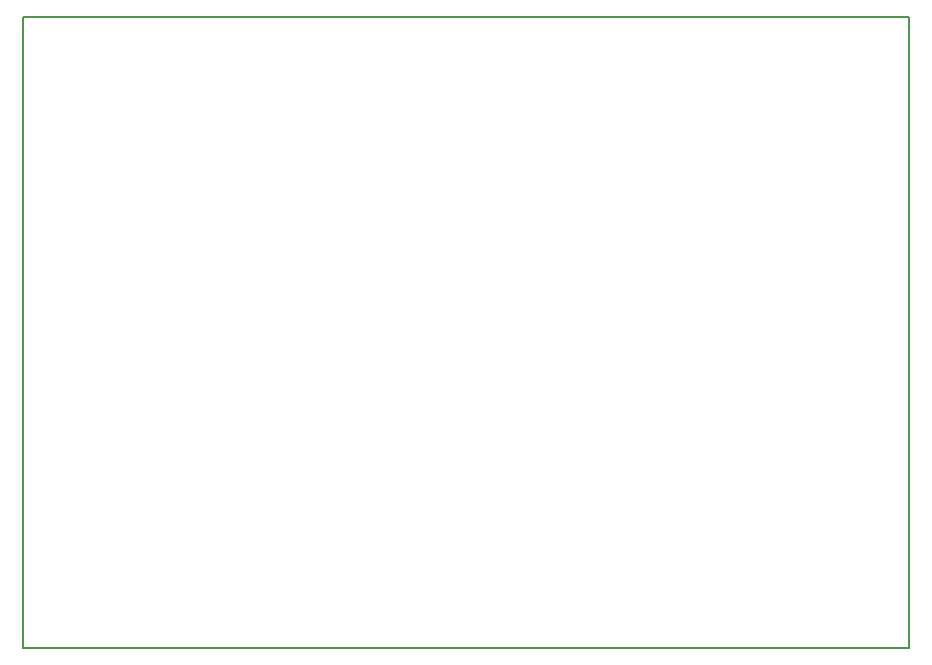
<source format=gm1>
%TF.GenerationSoftware,KiCad,Pcbnew,6.0.6-3a73a75311~116~ubuntu20.04.1*%
%TF.CreationDate,2022-07-25T10:06:13-07:00*%
%TF.ProjectId,rover_controller,726f7665-725f-4636-9f6e-74726f6c6c65,rev?*%
%TF.SameCoordinates,Original*%
%TF.FileFunction,Profile,NP*%
%FSLAX46Y46*%
G04 Gerber Fmt 4.6, Leading zero omitted, Abs format (unit mm)*
G04 Created by KiCad (PCBNEW 6.0.6-3a73a75311~116~ubuntu20.04.1) date 2022-07-25 10:06:13*
%MOMM*%
%LPD*%
G01*
G04 APERTURE LIST*
%TA.AperFunction,Profile*%
%ADD10C,0.200000*%
%TD*%
G04 APERTURE END LIST*
D10*
X155900000Y-141100000D02*
X230900000Y-141100000D01*
X230900000Y-141100000D02*
X230900000Y-194500000D01*
X230900000Y-194500000D02*
X155900000Y-194500000D01*
X155900000Y-194500000D02*
X155900000Y-141100000D01*
M02*

</source>
